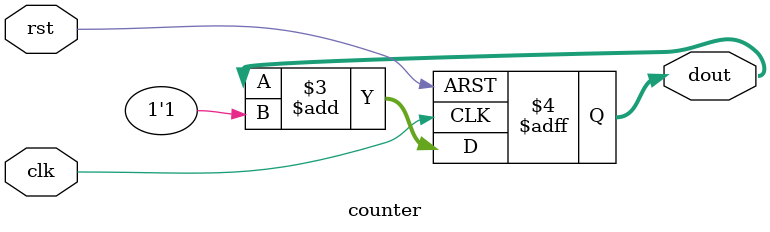
<source format=v>

module counter(

clk,
rst,

dout

);

	parameter WORD_SIZE = 4;
	
	input					clk, rst;
	output	[WORD_SIZE-1:0]	dout;
	
	reg		[WORD_SIZE-1:0]	dout;

	always @(posedge clk or negedge rst)
	begin
		if(!rst)
			dout <= 0;
		else
			dout <= dout + 1'b1;
	end
		
endmodule
    
    
    
    
</source>
